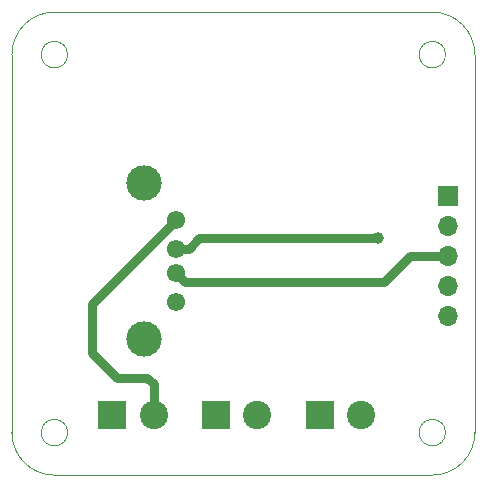
<source format=gbr>
%TF.GenerationSoftware,KiCad,Pcbnew,(5.1.5-0-10_14)*%
%TF.CreationDate,2020-09-17T17:23:34+02:00*%
%TF.ProjectId,power-routing,706f7765-722d-4726-9f75-74696e672e6b,rev?*%
%TF.SameCoordinates,Original*%
%TF.FileFunction,Copper,L2,Bot*%
%TF.FilePolarity,Positive*%
%FSLAX46Y46*%
G04 Gerber Fmt 4.6, Leading zero omitted, Abs format (unit mm)*
G04 Created by KiCad (PCBNEW (5.1.5-0-10_14)) date 2020-09-17 17:23:34*
%MOMM*%
%LPD*%
G04 APERTURE LIST*
%ADD10C,0.050000*%
%ADD11C,3.000000*%
%ADD12C,1.550000*%
%ADD13C,2.400000*%
%ADD14R,2.400000X2.400000*%
%ADD15O,1.700000X1.700000*%
%ADD16R,1.700000X1.700000*%
%ADD17C,1.000000*%
%ADD18C,0.800000*%
G04 APERTURE END LIST*
D10*
X189100000Y-109850000D02*
X189100000Y-77850000D01*
X224700000Y-113450000D02*
X192700000Y-113450000D01*
X228300000Y-77850000D02*
X228300000Y-109850000D01*
X192700000Y-74250000D02*
X224700000Y-74250000D01*
X189100000Y-77850000D02*
G75*
G02X192700000Y-74250000I3600000J0D01*
G01*
X192700000Y-113450000D02*
G75*
G02X189100000Y-109850000I0J3600000D01*
G01*
X228300000Y-109850000D02*
G75*
G02X224700000Y-113450000I-3600000J0D01*
G01*
X224700000Y-74250000D02*
G75*
G02X228300000Y-77850000I0J-3600000D01*
G01*
X225818034Y-109850000D02*
G75*
G03X225818034Y-109850000I-1118034J0D01*
G01*
X193818034Y-109850000D02*
G75*
G03X193818034Y-109850000I-1118034J0D01*
G01*
X225818034Y-77850000D02*
G75*
G03X225818034Y-77850000I-1118034J0D01*
G01*
X193818034Y-77850000D02*
G75*
G03X193818034Y-77850000I-1118034J0D01*
G01*
D11*
X200250000Y-88755000D03*
X200250000Y-101895000D03*
D12*
X202960000Y-98825000D03*
X202960000Y-96325000D03*
X202960000Y-94325000D03*
X202960000Y-91825000D03*
D13*
X218650000Y-108375000D03*
D14*
X215150000Y-108375000D03*
D13*
X209875000Y-108375000D03*
D14*
X206375000Y-108375000D03*
D13*
X201100000Y-108375000D03*
D14*
X197600000Y-108375000D03*
D15*
X226050000Y-100010000D03*
X226050000Y-97470000D03*
X226050000Y-94930000D03*
X226050000Y-92390000D03*
D16*
X226050000Y-89850000D03*
D17*
X220125000Y-93400000D03*
D18*
X203734999Y-97099999D02*
X220600001Y-97099999D01*
X202960000Y-96325000D02*
X203734999Y-97099999D01*
X222780000Y-94920000D02*
X226025000Y-94920000D01*
X220600001Y-97099999D02*
X222780000Y-94920000D01*
X204056015Y-94325000D02*
X204981015Y-93400000D01*
X202960000Y-94325000D02*
X204056015Y-94325000D01*
X204981015Y-93400000D02*
X220125000Y-93400000D01*
X202960000Y-91825000D02*
X195850000Y-98935000D01*
X195850000Y-103125000D02*
X197975000Y-105250000D01*
X195850000Y-98935000D02*
X195850000Y-103125000D01*
X197975000Y-105250000D02*
X200575000Y-105250000D01*
X201100000Y-105775000D02*
X201100000Y-108375000D01*
X200575000Y-105250000D02*
X201100000Y-105775000D01*
M02*

</source>
